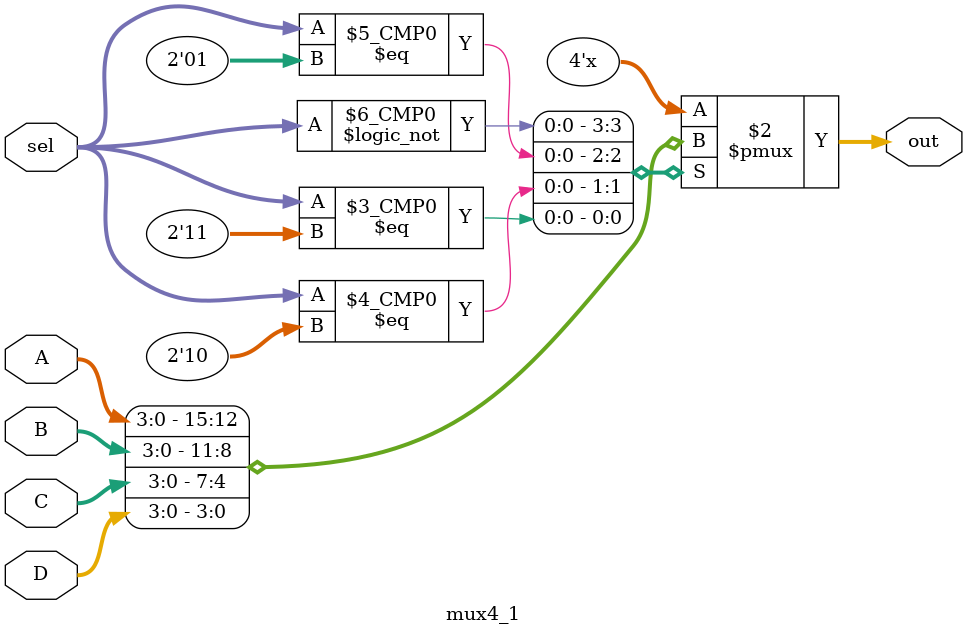
<source format=sv>
`timescale 1ns / 1ps
/*
NOMBRE MODULO: mux4_1
FECHA DE CREACIÓN: 30-3-2023
FECHA DE MODIFICACIÓN:
FUNCION: multiplexor 4:1 con entradas de 4 bits
*/
module mux4_1(
    input logic [3:0] A,B,C,D,  //entradas de 4 bits
    input logic [1:0] sel,      //selector de 2 bits
    output logic [3:0] out      //salida de nombre out de 4
    );
    
    always_comb begin 
    case(sel)                   //sel será lo que se observará
        2'b00 : out = A;        //si sel es 00 entonces out es A
        2'b01 : out = B;
        2'b10 : out = C; 
        2'b11 : out = D;  
    default: out = 4'b1111;     //si nada de lo anterior se cumple entonces out es 1111
    endcase  
    end 
endmodule

</source>
